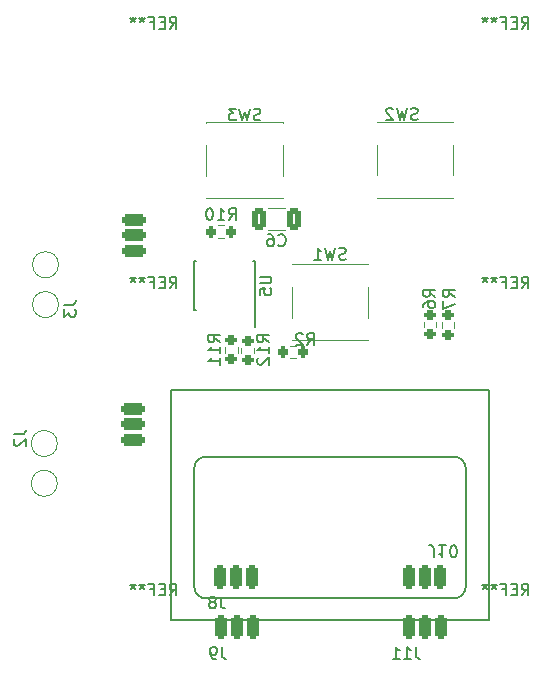
<source format=gbo>
G04 #@! TF.GenerationSoftware,KiCad,Pcbnew,(6.0.0)*
G04 #@! TF.CreationDate,2022-07-15T20:40:48-03:00*
G04 #@! TF.ProjectId,lanterna_bueno,6c616e74-6572-46e6-915f-6275656e6f2e,rev?*
G04 #@! TF.SameCoordinates,Original*
G04 #@! TF.FileFunction,Legend,Bot*
G04 #@! TF.FilePolarity,Positive*
%FSLAX46Y46*%
G04 Gerber Fmt 4.6, Leading zero omitted, Abs format (unit mm)*
G04 Created by KiCad (PCBNEW (6.0.0)) date 2022-07-15 20:40:48*
%MOMM*%
%LPD*%
G01*
G04 APERTURE LIST*
G04 Aperture macros list*
%AMRoundRect*
0 Rectangle with rounded corners*
0 $1 Rounding radius*
0 $2 $3 $4 $5 $6 $7 $8 $9 X,Y pos of 4 corners*
0 Add a 4 corners polygon primitive as box body*
4,1,4,$2,$3,$4,$5,$6,$7,$8,$9,$2,$3,0*
0 Add four circle primitives for the rounded corners*
1,1,$1+$1,$2,$3*
1,1,$1+$1,$4,$5*
1,1,$1+$1,$6,$7*
1,1,$1+$1,$8,$9*
0 Add four rect primitives between the rounded corners*
20,1,$1+$1,$2,$3,$4,$5,0*
20,1,$1+$1,$4,$5,$6,$7,0*
20,1,$1+$1,$6,$7,$8,$9,0*
20,1,$1+$1,$8,$9,$2,$3,0*%
G04 Aperture macros list end*
%ADD10C,0.200000*%
%ADD11C,0.150000*%
%ADD12C,0.120000*%
%ADD13C,0.650000*%
%ADD14O,1.000000X1.600000*%
%ADD15O,1.000000X2.100000*%
%ADD16C,3.200000*%
%ADD17RoundRect,0.250000X-0.325000X-0.650000X0.325000X-0.650000X0.325000X0.650000X-0.325000X0.650000X0*%
%ADD18R,1.550000X1.300000*%
%ADD19RoundRect,0.250000X-0.750000X0.250000X-0.750000X-0.250000X0.750000X-0.250000X0.750000X0.250000X0*%
%ADD20RoundRect,0.200000X0.200000X0.275000X-0.200000X0.275000X-0.200000X-0.275000X0.200000X-0.275000X0*%
%ADD21R,0.650000X1.310000*%
%ADD22R,0.600000X1.310000*%
%ADD23R,1.500000X1.325000*%
%ADD24RoundRect,0.250000X0.250000X0.750000X-0.250000X0.750000X-0.250000X-0.750000X0.250000X-0.750000X0*%
%ADD25C,2.000000*%
%ADD26RoundRect,0.200000X0.275000X-0.200000X0.275000X0.200000X-0.275000X0.200000X-0.275000X-0.200000X0*%
%ADD27RoundRect,0.200000X-0.275000X0.200000X-0.275000X-0.200000X0.275000X-0.200000X0.275000X0.200000X0*%
%ADD28RoundRect,0.250000X-0.250000X-0.750000X0.250000X-0.750000X0.250000X0.750000X-0.250000X0.750000X0*%
G04 APERTURE END LIST*
D10*
X162105842Y-106642200D02*
G75*
G03*
X161105842Y-105642200I-999984J16D01*
G01*
X140105842Y-105642200D02*
G75*
G03*
X139105842Y-106642200I-6J-999994D01*
G01*
X137105842Y-119492200D02*
X137105842Y-99992200D01*
X139105842Y-116642200D02*
G75*
G03*
X140105842Y-117642200I1000018J18D01*
G01*
X164105842Y-119492200D02*
X137105842Y-119492200D01*
X137105842Y-99992200D02*
X164105842Y-99992200D01*
X164105842Y-103792200D02*
X164105842Y-119492200D01*
X137105842Y-119492200D02*
X137105842Y-103792200D01*
X161105842Y-117642200D02*
X140105842Y-117642200D01*
X164105842Y-119492200D02*
X137105842Y-119492200D01*
X139105842Y-106642200D02*
X139105842Y-116642200D01*
X140105842Y-117642200D02*
X161105842Y-117642200D01*
X161105842Y-117642200D02*
G75*
G03*
X162105842Y-116642200I-8J1000008D01*
G01*
X140105842Y-105642200D02*
X161105842Y-105642200D01*
X164105842Y-99992200D02*
X164105842Y-119492200D01*
X162105842Y-106642200D02*
X162105842Y-116642200D01*
D11*
X166839175Y-91394580D02*
X167172508Y-90918390D01*
X167410603Y-91394580D02*
X167410603Y-90394580D01*
X167029651Y-90394580D01*
X166934413Y-90442200D01*
X166886794Y-90489819D01*
X166839175Y-90585057D01*
X166839175Y-90727914D01*
X166886794Y-90823152D01*
X166934413Y-90870771D01*
X167029651Y-90918390D01*
X167410603Y-90918390D01*
X166410603Y-90870771D02*
X166077270Y-90870771D01*
X165934413Y-91394580D02*
X166410603Y-91394580D01*
X166410603Y-90394580D01*
X165934413Y-90394580D01*
X165172508Y-90870771D02*
X165505842Y-90870771D01*
X165505842Y-91394580D02*
X165505842Y-90394580D01*
X165029651Y-90394580D01*
X164505842Y-90394580D02*
X164505842Y-90632676D01*
X164743937Y-90537438D02*
X164505842Y-90632676D01*
X164267746Y-90537438D01*
X164648699Y-90823152D02*
X164505842Y-90632676D01*
X164362984Y-90823152D01*
X163743937Y-90394580D02*
X163743937Y-90632676D01*
X163982032Y-90537438D02*
X163743937Y-90632676D01*
X163505842Y-90537438D01*
X163886794Y-90823152D02*
X163743937Y-90632676D01*
X163601080Y-90823152D01*
X146234266Y-87721142D02*
X146281885Y-87768761D01*
X146424742Y-87816380D01*
X146519980Y-87816380D01*
X146662838Y-87768761D01*
X146758076Y-87673523D01*
X146805695Y-87578285D01*
X146853314Y-87387809D01*
X146853314Y-87244952D01*
X146805695Y-87054476D01*
X146758076Y-86959238D01*
X146662838Y-86864000D01*
X146519980Y-86816380D01*
X146424742Y-86816380D01*
X146281885Y-86864000D01*
X146234266Y-86911619D01*
X145377123Y-86816380D02*
X145567600Y-86816380D01*
X145662838Y-86864000D01*
X145710457Y-86911619D01*
X145805695Y-87054476D01*
X145853314Y-87244952D01*
X145853314Y-87625904D01*
X145805695Y-87721142D01*
X145758076Y-87768761D01*
X145662838Y-87816380D01*
X145472361Y-87816380D01*
X145377123Y-87768761D01*
X145329504Y-87721142D01*
X145281885Y-87625904D01*
X145281885Y-87387809D01*
X145329504Y-87292571D01*
X145377123Y-87244952D01*
X145472361Y-87197333D01*
X145662838Y-87197333D01*
X145758076Y-87244952D01*
X145805695Y-87292571D01*
X145853314Y-87387809D01*
X137039175Y-117394580D02*
X137372508Y-116918390D01*
X137610603Y-117394580D02*
X137610603Y-116394580D01*
X137229651Y-116394580D01*
X137134413Y-116442200D01*
X137086794Y-116489819D01*
X137039175Y-116585057D01*
X137039175Y-116727914D01*
X137086794Y-116823152D01*
X137134413Y-116870771D01*
X137229651Y-116918390D01*
X137610603Y-116918390D01*
X136610603Y-116870771D02*
X136277270Y-116870771D01*
X136134413Y-117394580D02*
X136610603Y-117394580D01*
X136610603Y-116394580D01*
X136134413Y-116394580D01*
X135372508Y-116870771D02*
X135705842Y-116870771D01*
X135705842Y-117394580D02*
X135705842Y-116394580D01*
X135229651Y-116394580D01*
X134705842Y-116394580D02*
X134705842Y-116632676D01*
X134943937Y-116537438D02*
X134705842Y-116632676D01*
X134467746Y-116537438D01*
X134848699Y-116823152D02*
X134705842Y-116632676D01*
X134562984Y-116823152D01*
X133943937Y-116394580D02*
X133943937Y-116632676D01*
X134182032Y-116537438D02*
X133943937Y-116632676D01*
X133705842Y-116537438D01*
X134086794Y-116823152D02*
X133943937Y-116632676D01*
X133801080Y-116823152D01*
X144708533Y-77130361D02*
X144565676Y-77177980D01*
X144327580Y-77177980D01*
X144232342Y-77130361D01*
X144184723Y-77082742D01*
X144137104Y-76987504D01*
X144137104Y-76892266D01*
X144184723Y-76797028D01*
X144232342Y-76749409D01*
X144327580Y-76701790D01*
X144518057Y-76654171D01*
X144613295Y-76606552D01*
X144660914Y-76558933D01*
X144708533Y-76463695D01*
X144708533Y-76368457D01*
X144660914Y-76273219D01*
X144613295Y-76225600D01*
X144518057Y-76177980D01*
X144279961Y-76177980D01*
X144137104Y-76225600D01*
X143803771Y-76177980D02*
X143565676Y-77177980D01*
X143375200Y-76463695D01*
X143184723Y-77177980D01*
X142946628Y-76177980D01*
X142660914Y-76177980D02*
X142041866Y-76177980D01*
X142375200Y-76558933D01*
X142232342Y-76558933D01*
X142137104Y-76606552D01*
X142089485Y-76654171D01*
X142041866Y-76749409D01*
X142041866Y-76987504D01*
X142089485Y-77082742D01*
X142137104Y-77130361D01*
X142232342Y-77177980D01*
X142518057Y-77177980D01*
X142613295Y-77130361D01*
X142660914Y-77082742D01*
X142036857Y-85603180D02*
X142370190Y-85126990D01*
X142608285Y-85603180D02*
X142608285Y-84603180D01*
X142227333Y-84603180D01*
X142132095Y-84650800D01*
X142084476Y-84698419D01*
X142036857Y-84793657D01*
X142036857Y-84936514D01*
X142084476Y-85031752D01*
X142132095Y-85079371D01*
X142227333Y-85126990D01*
X142608285Y-85126990D01*
X141084476Y-85603180D02*
X141655904Y-85603180D01*
X141370190Y-85603180D02*
X141370190Y-84603180D01*
X141465428Y-84746038D01*
X141560666Y-84841276D01*
X141655904Y-84888895D01*
X140465428Y-84603180D02*
X140370190Y-84603180D01*
X140274952Y-84650800D01*
X140227333Y-84698419D01*
X140179714Y-84793657D01*
X140132095Y-84984133D01*
X140132095Y-85222228D01*
X140179714Y-85412704D01*
X140227333Y-85507942D01*
X140274952Y-85555561D01*
X140370190Y-85603180D01*
X140465428Y-85603180D01*
X140560666Y-85555561D01*
X140608285Y-85507942D01*
X140655904Y-85412704D01*
X140703523Y-85222228D01*
X140703523Y-84984133D01*
X140655904Y-84793657D01*
X140608285Y-84698419D01*
X140560666Y-84650800D01*
X140465428Y-84603180D01*
X151939175Y-88920761D02*
X151796318Y-88968380D01*
X151558222Y-88968380D01*
X151462984Y-88920761D01*
X151415365Y-88873142D01*
X151367746Y-88777904D01*
X151367746Y-88682666D01*
X151415365Y-88587428D01*
X151462984Y-88539809D01*
X151558222Y-88492190D01*
X151748699Y-88444571D01*
X151843937Y-88396952D01*
X151891556Y-88349333D01*
X151939175Y-88254095D01*
X151939175Y-88158857D01*
X151891556Y-88063619D01*
X151843937Y-88016000D01*
X151748699Y-87968380D01*
X151510603Y-87968380D01*
X151367746Y-88016000D01*
X151034413Y-87968380D02*
X150796318Y-88968380D01*
X150605842Y-88254095D01*
X150415365Y-88968380D01*
X150177270Y-87968380D01*
X149272508Y-88968380D02*
X149843937Y-88968380D01*
X149558222Y-88968380D02*
X149558222Y-87968380D01*
X149653461Y-88111238D01*
X149748699Y-88206476D01*
X149843937Y-88254095D01*
X166839175Y-117394580D02*
X167172508Y-116918390D01*
X167410603Y-117394580D02*
X167410603Y-116394580D01*
X167029651Y-116394580D01*
X166934413Y-116442200D01*
X166886794Y-116489819D01*
X166839175Y-116585057D01*
X166839175Y-116727914D01*
X166886794Y-116823152D01*
X166934413Y-116870771D01*
X167029651Y-116918390D01*
X167410603Y-116918390D01*
X166410603Y-116870771D02*
X166077270Y-116870771D01*
X165934413Y-117394580D02*
X166410603Y-117394580D01*
X166410603Y-116394580D01*
X165934413Y-116394580D01*
X165172508Y-116870771D02*
X165505842Y-116870771D01*
X165505842Y-117394580D02*
X165505842Y-116394580D01*
X165029651Y-116394580D01*
X164505842Y-116394580D02*
X164505842Y-116632676D01*
X164743937Y-116537438D02*
X164505842Y-116632676D01*
X164267746Y-116537438D01*
X164648699Y-116823152D02*
X164505842Y-116632676D01*
X164362984Y-116823152D01*
X163743937Y-116394580D02*
X163743937Y-116632676D01*
X163982032Y-116537438D02*
X163743937Y-116632676D01*
X163505842Y-116537438D01*
X163886794Y-116823152D02*
X163743937Y-116632676D01*
X163601080Y-116823152D01*
X144651180Y-90390895D02*
X145460704Y-90390895D01*
X145555942Y-90438514D01*
X145603561Y-90486133D01*
X145651180Y-90581371D01*
X145651180Y-90771847D01*
X145603561Y-90867085D01*
X145555942Y-90914704D01*
X145460704Y-90962323D01*
X144651180Y-90962323D01*
X144651180Y-91914704D02*
X144651180Y-91438514D01*
X145127371Y-91390895D01*
X145079752Y-91438514D01*
X145032133Y-91533752D01*
X145032133Y-91771847D01*
X145079752Y-91867085D01*
X145127371Y-91914704D01*
X145222609Y-91962323D01*
X145460704Y-91962323D01*
X145555942Y-91914704D01*
X145603561Y-91867085D01*
X145651180Y-91771847D01*
X145651180Y-91533752D01*
X145603561Y-91438514D01*
X145555942Y-91390895D01*
X148672666Y-96177180D02*
X149006000Y-95700990D01*
X149244095Y-96177180D02*
X149244095Y-95177180D01*
X148863142Y-95177180D01*
X148767904Y-95224800D01*
X148720285Y-95272419D01*
X148672666Y-95367657D01*
X148672666Y-95510514D01*
X148720285Y-95605752D01*
X148767904Y-95653371D01*
X148863142Y-95700990D01*
X149244095Y-95700990D01*
X148291714Y-95272419D02*
X148244095Y-95224800D01*
X148148857Y-95177180D01*
X147910761Y-95177180D01*
X147815523Y-95224800D01*
X147767904Y-95272419D01*
X147720285Y-95367657D01*
X147720285Y-95462895D01*
X147767904Y-95605752D01*
X148339333Y-96177180D01*
X147720285Y-96177180D01*
X137039175Y-91394580D02*
X137372508Y-90918390D01*
X137610603Y-91394580D02*
X137610603Y-90394580D01*
X137229651Y-90394580D01*
X137134413Y-90442200D01*
X137086794Y-90489819D01*
X137039175Y-90585057D01*
X137039175Y-90727914D01*
X137086794Y-90823152D01*
X137134413Y-90870771D01*
X137229651Y-90918390D01*
X137610603Y-90918390D01*
X136610603Y-90870771D02*
X136277270Y-90870771D01*
X136134413Y-91394580D02*
X136610603Y-91394580D01*
X136610603Y-90394580D01*
X136134413Y-90394580D01*
X135372508Y-90870771D02*
X135705842Y-90870771D01*
X135705842Y-91394580D02*
X135705842Y-90394580D01*
X135229651Y-90394580D01*
X134705842Y-90394580D02*
X134705842Y-90632676D01*
X134943937Y-90537438D02*
X134705842Y-90632676D01*
X134467746Y-90537438D01*
X134848699Y-90823152D02*
X134705842Y-90632676D01*
X134562984Y-90823152D01*
X133943937Y-90394580D02*
X133943937Y-90632676D01*
X134182032Y-90537438D02*
X133943937Y-90632676D01*
X133705842Y-90537438D01*
X134086794Y-90823152D02*
X133943937Y-90632676D01*
X133801080Y-90823152D01*
X166839175Y-69394580D02*
X167172508Y-68918390D01*
X167410603Y-69394580D02*
X167410603Y-68394580D01*
X167029651Y-68394580D01*
X166934413Y-68442200D01*
X166886794Y-68489819D01*
X166839175Y-68585057D01*
X166839175Y-68727914D01*
X166886794Y-68823152D01*
X166934413Y-68870771D01*
X167029651Y-68918390D01*
X167410603Y-68918390D01*
X166410603Y-68870771D02*
X166077270Y-68870771D01*
X165934413Y-69394580D02*
X166410603Y-69394580D01*
X166410603Y-68394580D01*
X165934413Y-68394580D01*
X165172508Y-68870771D02*
X165505842Y-68870771D01*
X165505842Y-69394580D02*
X165505842Y-68394580D01*
X165029651Y-68394580D01*
X164505842Y-68394580D02*
X164505842Y-68632676D01*
X164743937Y-68537438D02*
X164505842Y-68632676D01*
X164267746Y-68537438D01*
X164648699Y-68823152D02*
X164505842Y-68632676D01*
X164362984Y-68823152D01*
X163743937Y-68394580D02*
X163743937Y-68632676D01*
X163982032Y-68537438D02*
X163743937Y-68632676D01*
X163505842Y-68537438D01*
X163886794Y-68823152D02*
X163743937Y-68632676D01*
X163601080Y-68823152D01*
X137039175Y-69394580D02*
X137372508Y-68918390D01*
X137610603Y-69394580D02*
X137610603Y-68394580D01*
X137229651Y-68394580D01*
X137134413Y-68442200D01*
X137086794Y-68489819D01*
X137039175Y-68585057D01*
X137039175Y-68727914D01*
X137086794Y-68823152D01*
X137134413Y-68870771D01*
X137229651Y-68918390D01*
X137610603Y-68918390D01*
X136610603Y-68870771D02*
X136277270Y-68870771D01*
X136134413Y-69394580D02*
X136610603Y-69394580D01*
X136610603Y-68394580D01*
X136134413Y-68394580D01*
X135372508Y-68870771D02*
X135705842Y-68870771D01*
X135705842Y-69394580D02*
X135705842Y-68394580D01*
X135229651Y-68394580D01*
X134705842Y-68394580D02*
X134705842Y-68632676D01*
X134943937Y-68537438D02*
X134705842Y-68632676D01*
X134467746Y-68537438D01*
X134848699Y-68823152D02*
X134705842Y-68632676D01*
X134562984Y-68823152D01*
X133943937Y-68394580D02*
X133943937Y-68632676D01*
X134182032Y-68537438D02*
X133943937Y-68632676D01*
X133705842Y-68537438D01*
X134086794Y-68823152D02*
X133943937Y-68632676D01*
X133801080Y-68823152D01*
X157875323Y-121753580D02*
X157875323Y-122467866D01*
X157922942Y-122610723D01*
X158018180Y-122705961D01*
X158161038Y-122753580D01*
X158256276Y-122753580D01*
X156875323Y-122753580D02*
X157446752Y-122753580D01*
X157161038Y-122753580D02*
X157161038Y-121753580D01*
X157256276Y-121896438D01*
X157351514Y-121991676D01*
X157446752Y-122039295D01*
X155922942Y-122753580D02*
X156494371Y-122753580D01*
X156208657Y-122753580D02*
X156208657Y-121753580D01*
X156303895Y-121896438D01*
X156399133Y-121991676D01*
X156494371Y-122039295D01*
X128105180Y-92783866D02*
X128819466Y-92783866D01*
X128962323Y-92736247D01*
X129057561Y-92641009D01*
X129105180Y-92498152D01*
X129105180Y-92402914D01*
X128105180Y-93164819D02*
X128105180Y-93783866D01*
X128486133Y-93450533D01*
X128486133Y-93593390D01*
X128533752Y-93688628D01*
X128581371Y-93736247D01*
X128676609Y-93783866D01*
X128914704Y-93783866D01*
X129009942Y-93736247D01*
X129057561Y-93688628D01*
X129105180Y-93593390D01*
X129105180Y-93307676D01*
X129057561Y-93212438D01*
X129009942Y-93164819D01*
X159524780Y-92103733D02*
X159048590Y-91770400D01*
X159524780Y-91532304D02*
X158524780Y-91532304D01*
X158524780Y-91913257D01*
X158572400Y-92008495D01*
X158620019Y-92056114D01*
X158715257Y-92103733D01*
X158858114Y-92103733D01*
X158953352Y-92056114D01*
X159000971Y-92008495D01*
X159048590Y-91913257D01*
X159048590Y-91532304D01*
X158524780Y-92960876D02*
X158524780Y-92770400D01*
X158572400Y-92675161D01*
X158620019Y-92627542D01*
X158762876Y-92532304D01*
X158953352Y-92484685D01*
X159334304Y-92484685D01*
X159429542Y-92532304D01*
X159477161Y-92579923D01*
X159524780Y-92675161D01*
X159524780Y-92865638D01*
X159477161Y-92960876D01*
X159429542Y-93008495D01*
X159334304Y-93056114D01*
X159096209Y-93056114D01*
X159000971Y-93008495D01*
X158953352Y-92960876D01*
X158905733Y-92865638D01*
X158905733Y-92675161D01*
X158953352Y-92579923D01*
X159000971Y-92532304D01*
X159096209Y-92484685D01*
X123837980Y-103737466D02*
X124552266Y-103737466D01*
X124695123Y-103689847D01*
X124790361Y-103594609D01*
X124837980Y-103451752D01*
X124837980Y-103356514D01*
X123933219Y-104166038D02*
X123885600Y-104213657D01*
X123837980Y-104308895D01*
X123837980Y-104546990D01*
X123885600Y-104642228D01*
X123933219Y-104689847D01*
X124028457Y-104737466D01*
X124123695Y-104737466D01*
X124266552Y-104689847D01*
X124837980Y-104118419D01*
X124837980Y-104737466D01*
X145453180Y-95945542D02*
X144976990Y-95612209D01*
X145453180Y-95374114D02*
X144453180Y-95374114D01*
X144453180Y-95755066D01*
X144500800Y-95850304D01*
X144548419Y-95897923D01*
X144643657Y-95945542D01*
X144786514Y-95945542D01*
X144881752Y-95897923D01*
X144929371Y-95850304D01*
X144976990Y-95755066D01*
X144976990Y-95374114D01*
X145453180Y-96897923D02*
X145453180Y-96326495D01*
X145453180Y-96612209D02*
X144453180Y-96612209D01*
X144596038Y-96516971D01*
X144691276Y-96421733D01*
X144738895Y-96326495D01*
X144548419Y-97278876D02*
X144500800Y-97326495D01*
X144453180Y-97421733D01*
X144453180Y-97659828D01*
X144500800Y-97755066D01*
X144548419Y-97802685D01*
X144643657Y-97850304D01*
X144738895Y-97850304D01*
X144881752Y-97802685D01*
X145453180Y-97231257D01*
X145453180Y-97850304D01*
X141279980Y-95945542D02*
X140803790Y-95612209D01*
X141279980Y-95374114D02*
X140279980Y-95374114D01*
X140279980Y-95755066D01*
X140327600Y-95850304D01*
X140375219Y-95897923D01*
X140470457Y-95945542D01*
X140613314Y-95945542D01*
X140708552Y-95897923D01*
X140756171Y-95850304D01*
X140803790Y-95755066D01*
X140803790Y-95374114D01*
X141279980Y-96897923D02*
X141279980Y-96326495D01*
X141279980Y-96612209D02*
X140279980Y-96612209D01*
X140422838Y-96516971D01*
X140518076Y-96421733D01*
X140565695Y-96326495D01*
X141279980Y-97850304D02*
X141279980Y-97278876D01*
X141279980Y-97564590D02*
X140279980Y-97564590D01*
X140422838Y-97469352D01*
X140518076Y-97374114D01*
X140565695Y-97278876D01*
X141371733Y-117486380D02*
X141371733Y-118200666D01*
X141419352Y-118343523D01*
X141514590Y-118438761D01*
X141657447Y-118486380D01*
X141752685Y-118486380D01*
X140752685Y-117914952D02*
X140847923Y-117867333D01*
X140895542Y-117819714D01*
X140943161Y-117724476D01*
X140943161Y-117676857D01*
X140895542Y-117581619D01*
X140847923Y-117534000D01*
X140752685Y-117486380D01*
X140562209Y-117486380D01*
X140466971Y-117534000D01*
X140419352Y-117581619D01*
X140371733Y-117676857D01*
X140371733Y-117724476D01*
X140419352Y-117819714D01*
X140466971Y-117867333D01*
X140562209Y-117914952D01*
X140752685Y-117914952D01*
X140847923Y-117962571D01*
X140895542Y-118010190D01*
X140943161Y-118105428D01*
X140943161Y-118295904D01*
X140895542Y-118391142D01*
X140847923Y-118438761D01*
X140752685Y-118486380D01*
X140562209Y-118486380D01*
X140466971Y-118438761D01*
X140419352Y-118391142D01*
X140371733Y-118295904D01*
X140371733Y-118105428D01*
X140419352Y-118010190D01*
X140466971Y-117962571D01*
X140562209Y-117914952D01*
X159405876Y-114146019D02*
X159405876Y-113431733D01*
X159358257Y-113288876D01*
X159263019Y-113193638D01*
X159120161Y-113146019D01*
X159024923Y-113146019D01*
X160405876Y-113146019D02*
X159834447Y-113146019D01*
X160120161Y-113146019D02*
X160120161Y-114146019D01*
X160024923Y-114003161D01*
X159929685Y-113907923D01*
X159834447Y-113860304D01*
X161024923Y-114146019D02*
X161120161Y-114146019D01*
X161215400Y-114098400D01*
X161263019Y-114050780D01*
X161310638Y-113955542D01*
X161358257Y-113765066D01*
X161358257Y-113526971D01*
X161310638Y-113336495D01*
X161263019Y-113241257D01*
X161215400Y-113193638D01*
X161120161Y-113146019D01*
X161024923Y-113146019D01*
X160929685Y-113193638D01*
X160882066Y-113241257D01*
X160834447Y-113336495D01*
X160786828Y-113526971D01*
X160786828Y-113765066D01*
X160834447Y-113955542D01*
X160882066Y-114050780D01*
X160929685Y-114098400D01*
X161024923Y-114146019D01*
X161150380Y-92103733D02*
X160674190Y-91770400D01*
X161150380Y-91532304D02*
X160150380Y-91532304D01*
X160150380Y-91913257D01*
X160198000Y-92008495D01*
X160245619Y-92056114D01*
X160340857Y-92103733D01*
X160483714Y-92103733D01*
X160578952Y-92056114D01*
X160626571Y-92008495D01*
X160674190Y-91913257D01*
X160674190Y-91532304D01*
X160150380Y-92437066D02*
X160150380Y-93103733D01*
X161150380Y-92675161D01*
X158018133Y-77079561D02*
X157875276Y-77127180D01*
X157637180Y-77127180D01*
X157541942Y-77079561D01*
X157494323Y-77031942D01*
X157446704Y-76936704D01*
X157446704Y-76841466D01*
X157494323Y-76746228D01*
X157541942Y-76698609D01*
X157637180Y-76650990D01*
X157827657Y-76603371D01*
X157922895Y-76555752D01*
X157970514Y-76508133D01*
X158018133Y-76412895D01*
X158018133Y-76317657D01*
X157970514Y-76222419D01*
X157922895Y-76174800D01*
X157827657Y-76127180D01*
X157589561Y-76127180D01*
X157446704Y-76174800D01*
X157113371Y-76127180D02*
X156875276Y-77127180D01*
X156684800Y-76412895D01*
X156494323Y-77127180D01*
X156256228Y-76127180D01*
X155922895Y-76222419D02*
X155875276Y-76174800D01*
X155780038Y-76127180D01*
X155541942Y-76127180D01*
X155446704Y-76174800D01*
X155399085Y-76222419D01*
X155351466Y-76317657D01*
X155351466Y-76412895D01*
X155399085Y-76555752D01*
X155970514Y-77127180D01*
X155351466Y-77127180D01*
X141449933Y-121772980D02*
X141449933Y-122487266D01*
X141497552Y-122630123D01*
X141592790Y-122725361D01*
X141735647Y-122772980D01*
X141830885Y-122772980D01*
X140926123Y-122772980D02*
X140735647Y-122772980D01*
X140640409Y-122725361D01*
X140592790Y-122677742D01*
X140497552Y-122534885D01*
X140449933Y-122344409D01*
X140449933Y-121963457D01*
X140497552Y-121868219D01*
X140545171Y-121820600D01*
X140640409Y-121772980D01*
X140830885Y-121772980D01*
X140926123Y-121820600D01*
X140973742Y-121868219D01*
X141021361Y-121963457D01*
X141021361Y-122201552D01*
X140973742Y-122296790D01*
X140926123Y-122344409D01*
X140830885Y-122392028D01*
X140640409Y-122392028D01*
X140545171Y-122344409D01*
X140497552Y-122296790D01*
X140449933Y-122201552D01*
D12*
X145356348Y-86424000D02*
X146778852Y-86424000D01*
X145356348Y-84604000D02*
X146778852Y-84604000D01*
X146596842Y-81851800D02*
X146596842Y-79251800D01*
X140136842Y-81851800D02*
X140136842Y-79251800D01*
X146596842Y-83781800D02*
X146596842Y-83751800D01*
X146596842Y-77321800D02*
X146596842Y-77351800D01*
X140136842Y-83781800D02*
X146596842Y-83781800D01*
X140136842Y-77321800D02*
X146596842Y-77321800D01*
X140136842Y-77321800D02*
X140136842Y-77351800D01*
X140136842Y-83751800D02*
X140136842Y-83781800D01*
X141631258Y-86058300D02*
X141156742Y-86058300D01*
X141631258Y-87103300D02*
X141156742Y-87103300D01*
X147375842Y-89336000D02*
X147375842Y-89366000D01*
X153835842Y-89366000D02*
X153835842Y-89336000D01*
X153835842Y-89336000D02*
X147375842Y-89336000D01*
X153835842Y-91266000D02*
X153835842Y-93866000D01*
X147375842Y-91266000D02*
X147375842Y-93866000D01*
X153835842Y-95796000D02*
X153835842Y-95766000D01*
X147375842Y-95796000D02*
X147375842Y-95766000D01*
X153835842Y-95796000D02*
X147375842Y-95796000D01*
D11*
X144223800Y-93227800D02*
X144223800Y-94627800D01*
X144273800Y-93227800D02*
X144223800Y-93227800D01*
X139123800Y-93227800D02*
X139268800Y-93227800D01*
X139123800Y-89077800D02*
X139268800Y-89077800D01*
X144273800Y-89077800D02*
X144128800Y-89077800D01*
X139123800Y-93227800D02*
X139123800Y-89077800D01*
X144273800Y-93227800D02*
X144273800Y-89077800D01*
D12*
X147719310Y-96269100D02*
X147244794Y-96269100D01*
X147719310Y-97314100D02*
X147244794Y-97314100D01*
X127619200Y-92761600D02*
G75*
G03*
X127619200Y-92761600I-1100000J0D01*
G01*
X127619200Y-89389600D02*
G75*
G03*
X127619200Y-89389600I-1100000J0D01*
G01*
X158549900Y-94692058D02*
X158549900Y-94217542D01*
X159594900Y-94692058D02*
X159594900Y-94217542D01*
X127517600Y-104528000D02*
G75*
G03*
X127517600Y-104528000I-1100000J0D01*
G01*
X127517600Y-107900000D02*
G75*
G03*
X127517600Y-107900000I-1100000J0D01*
G01*
X144151700Y-96401942D02*
X144151700Y-96876458D01*
X143106700Y-96401942D02*
X143106700Y-96876458D01*
X141735100Y-96351142D02*
X141735100Y-96825658D01*
X142780100Y-96351142D02*
X142780100Y-96825658D01*
X161118900Y-94742858D02*
X161118900Y-94268342D01*
X160073900Y-94742858D02*
X160073900Y-94268342D01*
X154600147Y-83729000D02*
X154600147Y-83759000D01*
X154600147Y-77299000D02*
X161060147Y-77299000D01*
X161060147Y-83759000D02*
X161060147Y-83729000D01*
X161060147Y-77299000D02*
X161060147Y-77329000D01*
X154600147Y-81829000D02*
X154600147Y-79229000D01*
X154600147Y-83759000D02*
X161060147Y-83759000D01*
X154600147Y-77299000D02*
X154600147Y-77329000D01*
X161060147Y-81829000D02*
X161060147Y-79229000D01*
%LPC*%
D13*
X122539000Y-81122000D03*
X128319000Y-81122000D03*
D14*
X121109000Y-77472000D03*
D15*
X129749000Y-81652000D03*
X121109000Y-81652000D03*
D14*
X129749000Y-77472000D03*
D16*
X165505842Y-95142200D03*
D17*
X144592600Y-85514000D03*
X147542600Y-85514000D03*
D16*
X135705842Y-121142200D03*
D18*
X147341842Y-82801800D03*
X139391842Y-82801800D03*
X139391842Y-78301800D03*
X147341842Y-78301800D03*
D19*
X133986800Y-85563800D03*
X133986800Y-86910000D03*
X133986800Y-88256200D03*
D20*
X142219000Y-86580800D03*
X140569000Y-86580800D03*
D18*
X154580842Y-90316000D03*
X146630842Y-90316000D03*
X154580842Y-94816000D03*
X146630842Y-94816000D03*
D16*
X165505842Y-121142200D03*
D21*
X143603800Y-93997800D03*
X142333800Y-93997800D03*
X141063800Y-93997800D03*
D22*
X139793800Y-93997800D03*
D21*
X139793800Y-88307800D03*
X141063800Y-88307800D03*
X142333800Y-88307800D03*
X143603800Y-88307800D03*
D23*
X140948800Y-90490300D03*
X142448800Y-90490300D03*
X142448800Y-91815300D03*
X140948800Y-91815300D03*
D20*
X148307052Y-96791600D03*
X146657052Y-96791600D03*
D16*
X135705842Y-95142200D03*
X165505842Y-73142200D03*
X135705842Y-73142200D03*
D24*
X160012200Y-120058000D03*
X158666000Y-120058000D03*
X157319800Y-120058000D03*
D25*
X126519200Y-92761600D03*
X126519200Y-89389600D03*
D26*
X159072400Y-95279800D03*
X159072400Y-93629800D03*
D25*
X126417600Y-104528000D03*
X126417600Y-107900000D03*
D19*
X133955400Y-101563800D03*
X133955400Y-102910000D03*
X133955400Y-104256200D03*
D27*
X143629200Y-95814200D03*
X143629200Y-97464200D03*
X142257600Y-95763400D03*
X142257600Y-97413400D03*
D24*
X143984800Y-115790800D03*
X142638600Y-115790800D03*
X141292400Y-115790800D03*
D28*
X157269000Y-115841600D03*
X158615200Y-115841600D03*
X159961400Y-115841600D03*
D26*
X160596400Y-95330600D03*
X160596400Y-93680600D03*
D18*
X153855147Y-82779000D03*
X161805147Y-82779000D03*
X161805147Y-78279000D03*
X153855147Y-78279000D03*
D24*
X144063000Y-120077400D03*
X142716800Y-120077400D03*
X141370600Y-120077400D03*
M02*

</source>
